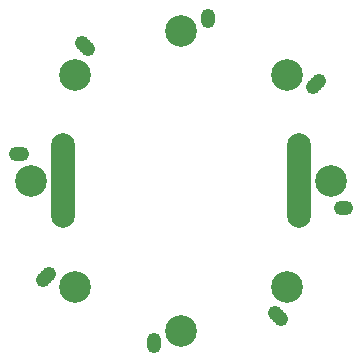
<source format=gbs>
G75*
%MOIN*%
%OFA0B0*%
%FSLAX25Y25*%
%IPPOS*%
%LPD*%
%AMOC8*
5,1,8,0,0,1.08239X$1,22.5*
%
%ADD10C,0.07887*%
%ADD11C,0.10544*%
%ADD12C,0.04762*%
D10*
X0020798Y0048357D03*
X0020798Y0049341D03*
X0020798Y0050326D03*
X0020798Y0051310D03*
X0020798Y0052294D03*
X0020798Y0053278D03*
X0020798Y0054263D03*
X0020798Y0055247D03*
X0020798Y0056231D03*
X0020798Y0057215D03*
X0020798Y0058200D03*
X0020798Y0059184D03*
X0020798Y0060168D03*
X0020798Y0061152D03*
X0020798Y0062137D03*
X0020798Y0063121D03*
X0020798Y0064105D03*
X0020798Y0065089D03*
X0020798Y0066074D03*
X0020798Y0067058D03*
X0020798Y0068042D03*
X0020798Y0069026D03*
X0020798Y0070011D03*
X0020798Y0070995D03*
X0020798Y0071979D03*
X0099538Y0071979D03*
X0099538Y0070995D03*
X0099538Y0070011D03*
X0099538Y0069026D03*
X0099538Y0068042D03*
X0099538Y0067058D03*
X0099538Y0066074D03*
X0099538Y0065089D03*
X0099538Y0064105D03*
X0099538Y0063121D03*
X0099538Y0062137D03*
X0099538Y0061152D03*
X0099538Y0060168D03*
X0099538Y0059184D03*
X0099538Y0058200D03*
X0099538Y0057215D03*
X0099538Y0056231D03*
X0099538Y0055247D03*
X0099538Y0054263D03*
X0099538Y0053278D03*
X0099538Y0052294D03*
X0099538Y0051310D03*
X0099538Y0050326D03*
X0099538Y0049341D03*
X0099538Y0048357D03*
D11*
X0024814Y0024814D03*
X0010168Y0060168D03*
X0024814Y0095522D03*
X0060168Y0110168D03*
X0095522Y0095522D03*
X0110168Y0060168D03*
X0095522Y0024814D03*
X0060168Y0010168D03*
D12*
X0051113Y0007019D03*
X0051113Y0006034D03*
X0051113Y0005050D03*
X0016183Y0028989D03*
X0015198Y0028004D03*
X0014214Y0027020D03*
X0007019Y0069223D03*
X0006034Y0069223D03*
X0005050Y0069223D03*
X0028989Y0104153D03*
X0028004Y0105138D03*
X0027020Y0106122D03*
X0069223Y0113318D03*
X0069223Y0114302D03*
X0069223Y0115286D03*
X0104153Y0091348D03*
X0105138Y0092332D03*
X0106122Y0093316D03*
X0113318Y0051113D03*
X0114302Y0051113D03*
X0115286Y0051113D03*
X0091348Y0016183D03*
X0092332Y0015198D03*
X0093316Y0014214D03*
M02*

</source>
